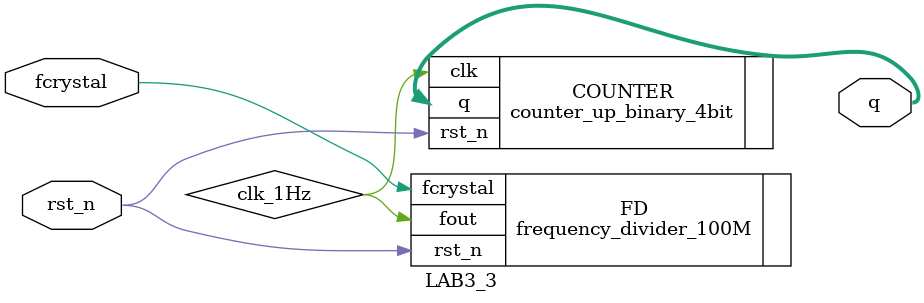
<source format=v>
`timescale 1ns / 1ps


module LAB3_3(
    output [3:0] q,
    input fcrystal,    // global clock
    input rst_n        // active low reset
    );
    wire clk_1Hz;
    
    frequency_divider_100M FD(
        .fout(clk_1Hz),       // 1 Hz clock
        .fcrystal(fcrystal),  // crystal frequency (global clock)
        .rst_n(rst_n)         //  active low reset
        );
    
    counter_up_binary_4bit COUNTER(
        .q(q),
        .clk(clk_1Hz),        // 1 Hz clock
        .rst_n(rst_n)         // active low reset
        );
    
endmodule                     // LAB3_3

</source>
